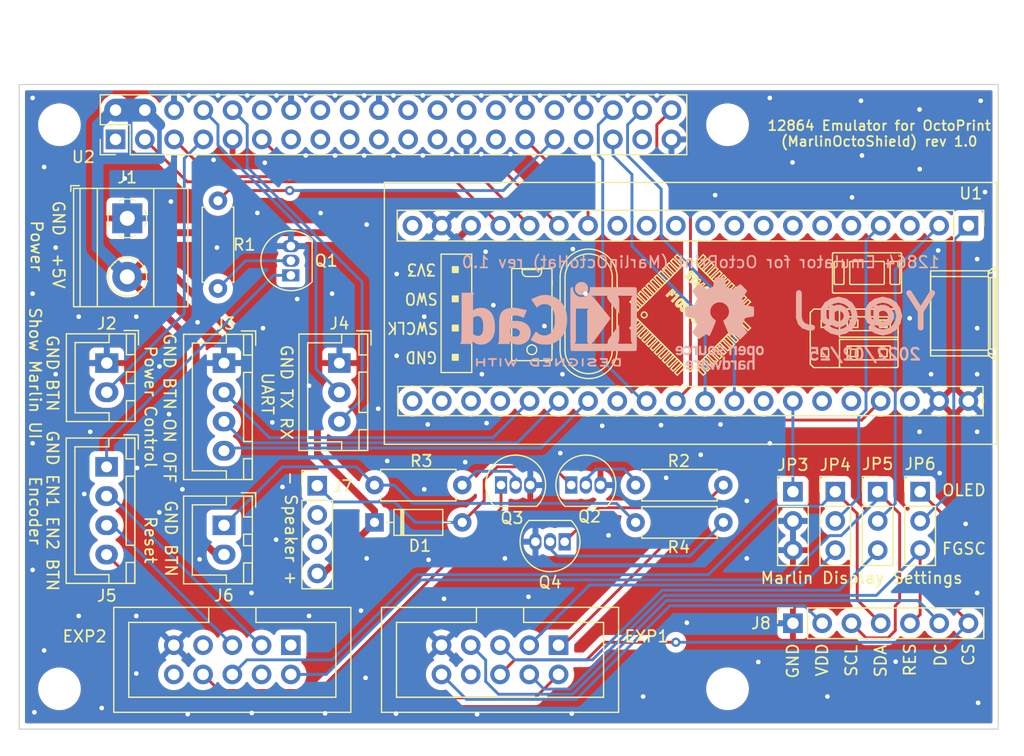
<source format=kicad_pcb>
(kicad_pcb (version 20211014) (generator pcbnew)
  (title_block (title "12864 Emulator for OctoPrint (Marlin OSD) : RasPi Hat") (date "2022-02-25") (rev "1.0") (company "Yet Another Average Joe"))
  (layers (0 "F.Cu" signal) (31 "B.Cu" signal) (34 "B.Paste" user) (35 "F.Paste" user) (36 "B.SilkS" user "B.Silkscreen") (37 "F.SilkS" user "F.Silkscreen") (38 "B.Mask" user) (39 "F.Mask" user) (44 "Edge.Cuts" user))
  (net 0 "")
  (net 1 "BTN_POWER")
  (net 2 "GND")
  (net 3 "DATA_READY")
  (net 4 "ENC_EN")
  (net 5 "+5V")
  (net 6 "TX")
  (net 7 "RX")
  (net 8 "BTN_MODE")
  (net 9 "MOSI")
  (net 10 "RESET_MOBO")
  (net 11 "RESET_STM32")
  (net 12 "Net-(Q4-Pad2)")
  (net 13 "CMN_ENC")
  (net 14 "Net-(Q1-Pad2)")
  (net 15 "SPEAKER")
  (net 16 "BTN_ENC")
  (net 17 "BEEPER")
  (net 18 "BTN_EN1")
  (net 19 "RESET")
  (net 20 "Net-(Q2-Pad2)")
  (net 23 "Net-(Q3-Pad2)")
  (net 56 "LCD_E")
  (net 57 "LCD_4")
  (net 62 "LCD_5")
  (net 63 "SCK")
  (net 64 "LCD_RS")
  (net 68 "NSS_1")
  (net 69 "CLK_1")
  (net 70 "MISO_1")
  (net 71 "MOSI_1")
  (net 73 "MOSI_2")
  (net 74 "SCK_2")
  (net 75 "NSS_2")
  (net 76 "BTN_EN2")
  (net 77 "LCD_6")
  (net 78 "+5V MOBO")
  (net 81 "POWEROFF")
  (net 82 "SHUTDOWN")
  (net 83 "RELAY_ON")
  (net 84 "RELAY_OFF")
  (net 85 "DISPLAY_TYPE")
  (net 86 "RESERVED")
  (footprint "Package_TO_SOT_THT:TO-92_Inline" (layer "F.Cu") (at 147.3655 101.9915)
    (fp_text reference "Q3")
    (fp_text value "BC547")
  )
  (footprint "Connector_PinHeader_2.54mm:PinHeader_1x03_P2.54mm_Vertical" (layer "F.Cu") (at 183.751 102.5715)
    (fp_text reference "JP6")
    (fp_text value "Jumper_3_Bridged12")
  )
  (footprint "Resistor_THT:R_Axial_DIN0207_L6.3mm_D2.5mm_P7.62mm_Horizontal" (layer "F.Cu") (at 122.791 77.2985 -90)
    (fp_text reference "R1")
    (fp_text value "10k")
  )
  (footprint "Package_TO_SOT_THT:TO-92_Inline" (layer "F.Cu") (at 152.89 106.918902 180)
    (fp_text reference "Q4")
    (fp_text value "BC547")
  )
  (footprint "MountingHole:MountingHole_2.7mm_M2.5_DIN965" (layer "F.Cu") (at 167.031 70.6945 -90)
    (fp_text reference "H1" hide)
    (fp_text value "MountingHole")
  )
  (footprint "MountingHole:MountingHole_2.7mm_M2.5_DIN965" (layer "F.Cu") (at 109.031 70.6945 -90)
    (fp_text reference "H4" hide)
    (fp_text value "MountingHole")
  )
  (footprint "YAAJ_Connectors:JST_KNOCKOFF_XH_B2B-XH-A_1x02_P2.54mm_Vertical" (layer "F.Cu") (at 113.139 91.3955 -90)
    (fp_text reference "J2")
    (fp_text value "Conn_01x02_Male")
  )
  (footprint "Connector_PinHeader_2.54mm:PinHeader_1x03_P2.54mm_Vertical" (layer "F.Cu") (at 172.707 102.5715)
    (fp_text reference "JP3")
    (fp_text value "Jumper_2_Open")
  )
  (footprint "Connector_PinHeader_2.54mm:PinHeader_1x03_P2.54mm_Vertical" (layer "F.Cu") (at 176.385 102.5715)
    (fp_text reference "JP4")
    (fp_text value "Jumper_3_Bridged12")
  )
  (footprint "YAAJ_Connectors:JST_KNOCKOFF_XH_B2B-XH-A_1x02_P2.54mm_Vertical" (layer "F.Cu") (at 123.316 105.4925 -90)
    (fp_text reference "J6")
    (fp_text value "Conn_01x02_Male")
  )
  (footprint "Connector_PinSocket_2.54mm:PinSocket_1x07_P2.54mm_Vertical" (layer "F.Cu") (at 172.707 114.0015 90)
    (fp_text reference "J8")
    (fp_text value "Conn_01x07_Female")
  )
  (footprint "MountingHole:MountingHole_2.7mm_M2.5_DIN965" (layer "F.Cu") (at 167.031 119.6945 -90)
    (fp_text reference "H2" hide)
    (fp_text value "MountingHole")
  )
  (footprint "YAAJ_Modules_STM32:YAAJ_BluePill_1" (layer "F.Cu") (at 187.942 79.4575 -90)
    (fp_text reference "U1")
    (fp_text value "YAAJ_BluePill_Part_Like" hide)
  )
  (footprint "Connector_IDC:IDC-Header_2x05_P2.54mm_Vertical" (layer "F.Cu") (at 152.359 115.9065 -90)
    (fp_text reference "EXP1")
    (fp_text value "Conn_02x05_Odd_Even" hide)
  )
  (footprint "YAAJ_Connectors:JST_KNOCKOFF_XH_B4B-XH-A_1x04_P2.54mm_Vertical" (layer "F.Cu") (at 123.316 91.3955 -90)
    (fp_text reference "J3")
    (fp_text value "Conn_01x04_Male")
  )
  (footprint "YAAJ_Connectors:JST_KNOCKOFF_XH_B3B-XH-A_1x03_P2.54mm_Vertical" (layer "F.Cu") (at 133.332 91.3955 -90)
    (fp_text reference "J4")
    (fp_text value "Conn_01x03_Male")
  )
  (footprint "Package_TO_SOT_THT:TO-92_Inline" (layer "F.Cu") (at 153.4615 101.9915)
    (fp_text reference "Q2")
    (fp_text value "BC547")
  )
  (footprint "TerminalBlock_Phoenix:TerminalBlock_Phoenix_MKDS-1,5-2-5.08_1x02_P5.08mm_Horizontal" (layer "F.Cu") (at 114.917 78.8225 -90)
    (fp_text reference "J1")
    (fp_text value "Screw_Terminal_01x03")
  )
  (footprint "Diode_THT:D_DO-35_SOD27_P7.62mm_Horizontal" (layer "F.Cu") (at 136.38 105.2385)
    (fp_text reference "D1")
    (fp_text value "1N4148")
  )
  (footprint "Connector_PinHeader_2.54mm:PinHeader_1x03_P2.54mm_Vertical" (layer "F.Cu") (at 180.068 102.5765)
    (fp_text reference "JP5")
    (fp_text value "Jumper_3_Bridged12")
  )
  (footprint "MountingHole:MountingHole_2.7mm_M2.5_DIN965" (layer "F.Cu") (at 109.031 119.6945)
    (fp_text reference "H3" hide)
    (fp_text value "MountingHole")
  )
  (footprint "Resistor_THT:R_Axial_DIN0207_L6.3mm_D2.5mm_P7.62mm_Horizontal" (layer "F.Cu") (at 159.0495 105.2385)
    (fp_text reference "R4")
    (fp_text value "10k")
  )
  (footprint "Connector_IDC:IDC-Header_2x05_P2.54mm_Vertical" (layer "F.Cu") (at 129.118 115.9065 -90)
    (fp_text reference "EXP2")
    (fp_text value "Conn_02x05_Odd_Even" hide)
  )
  (footprint "Resistor_THT:R_Axial_DIN0207_L6.3mm_D2.5mm_P7.62mm_Horizontal" (layer "F.Cu") (at 136.38 102)
    (fp_text reference "R3")
    (fp_text value "10k")
  )
  (footprint "Connector_PinHeader_2.54mm:PinHeader_1x04_P2.54mm_Vertical" (layer "F.Cu") (at 131.41 102.0535)
    (fp_text reference "J7")
    (fp_text value "Conn_01x04_Male")
  )
  (footprint "YAAJ_Connectors:JST_KNOCKOFF_XH_B4B-XH-A_1x04_P2.54mm_Vertical" (layer "F.Cu") (at 113.122007 100.4125 -90)
    (fp_text reference "J5")
    (fp_text value "Conn_01x04_Male")
  )
  (footprint "Connector_PinHeader_2.54mm:PinHeader_2x20_P2.54mm_Vertical" (layer "F.Cu") (at 113.901 71.9645 90)
    (fp_text reference "U2")
    (fp_text value "YAAJ_Raspberry_Pi_2_3_GPIO")
  )
  (footprint "Resistor_THT:R_Axial_DIN0207_L6.3mm_D2.5mm_P7.62mm_Horizontal" (layer "F.Cu") (at 166.6695 102 180)
    (fp_text reference "R2")
    (fp_text value "470")
  )
  (footprint "Package_TO_SOT_THT:TO-92_Inline" (layer "F.Cu") (at 129.12 83.7755 90)
    (fp_text reference "Q1")
    (fp_text value "BC547")
  )
  (footprint "Symbol:OSHW-Logo_7.5x8mm_SilkScreen" (layer "B.Cu") (at 166.352 87.9665 180)
    (fp_text reference "LOGO1" hide)
    (fp_text value "OSHW-Logo_7.5x8mm_SilkScreen" hide)
  )
  (footprint "Symbol:KiCad-Logo2_6mm_SilkScreen" (layer "B.Cu") (at 151.493 87.3315 180)
    (fp_text reference "REF**" hide)
    (fp_text value "KiCad-Logo2_6mm_SilkScreen" hide)
  )
  (gr_rect (start 105.530989 67.194507) (end 190.530997 123.194497) (layer "Edge.Cuts") (width 0.1) (fill none))
  (gr_text "12864 Emulator for OctoPrint (MarlinOctoHat) rev 1.0" (at 164.701 82.6325) (layer "B.SilkS") (effects (font (size 1 1)) (justify mirror)))
  (gr_text "Y@@J" (at 178.798 86.9505) (layer "B.SilkS") (effects (font (size 3 3) (thickness 0.5)) (justify mirror)))
  (gr_text "2022/02/25" (at 178.925 90.6335) (layer "B.SilkS") (effects (font (size 1 1) (thickness 0.2)) (justify mirror)))
  (gr_text "CS" (at 187.942 115.6525 90) (layer "F.SilkS") (effects (font (size 1 1)) (justify right)))
  (gr_text "Marlin Display Settings" (at 178.671 110.0645) (layer "F.SilkS") (effects (font (size 1 1))))
  (gr_text "FGSC" (at 187.561 107.5245) (layer "F.SilkS") (effects (font (size 1 1))))
  (gr_text "VDD" (at 175.242 115.6525 90) (layer "F.SilkS") (effects (font (size 1 1)) (justify right)))
  (gr_text "Encoder" (at 106.916 104.2225 270) (layer "F.SilkS") (effects (font (size 1 1))))
  (gr_text "DC" (at 185.529 115.6525 90) (layer "F.SilkS") (effects (font (size 1 1)) (justify right)))
  (gr_text "12864 Emulator for OctoPrint\n(MarlinOctoShield) rev 1.0" (at 180.195 71.4565) (layer "F.SilkS") (effects (font (size 0.85 0.85))))
  (gr_text "GND TX RX" (at 128.743 93.9355 270) (layer "F.SilkS") (effects (font (size 1 1))))
  (gr_text "SDA" (at 180.322 115.7795 90) (layer "F.SilkS") (effects (font (size 1 1)) (justify right)))
  (gr_text "Show Marlin UI" (at 106.916 92.2845 270) (layer "F.SilkS") (effects (font (size 1 1))))
  (gr_text "GND  +5V" (at 108.948 81.1085 270) (layer "F.SilkS") (effects (font (size 1 1))))
  (gr_text "Power" (at 107.043 81.2355 270) (layer "F.SilkS") (effects (font (size 1 1))))
  (gr_text "UART" (at 127.092 94.0625 270) (layer "F.SilkS") (effects (font (size 1 1))))
  (gr_text "GND BTN" (at 118.71 106.6355 270) (layer "F.SilkS") (effects (font (size 1 1))))
  (gr_text "OLED" (at 187.561 102.4445) (layer "F.SilkS") (effects (font (size 1 1))))
  (gr_text "RES" (at 182.862 115.6525 90) (layer "F.SilkS") (effects (font (size 1 1)) (justify right)))
  (gr_text "GND" (at 172.702 115.6525 90) (layer "F.SilkS") (effects (font (size 1 1)) (justify right)))
  (gr_text "GND BTN ON OFF" (at 118.583 95.3325 270) (layer "F.SilkS") (effects (font (size 1 1))))
  (gr_text "- Speaker +" (at 129.122059 105.753345 270) (layer "F.SilkS") (effects (font (size 1 1))))
  (gr_text "GND BTN" (at 108.423007 92.2845 270) (layer "F.SilkS") (effects (font (size 1 1))))
  (gr_text "GND EN1 EN2 BTN" (at 108.423007 104.2225 270) (layer "F.SilkS") (effects (font (size 1 1))))
  (gr_text "Power Control" (at 116.932 95.2055 270) (layer "F.SilkS") (effects (font (size 1 1))))
  (gr_text "Reset" (at 116.932 106.7625 270) (layer "F.SilkS") (effects (font (size 1 1))))
  (gr_text "SCL" (at 177.782 115.7795 90) (layer "F.SilkS") (effects (font (size 1 1)) (justify right)))
  (segment (start 127.253 97.8725) (end 146.667 97.8725) (width 0.25) (layer "B.Cu") (net 1))
  (segment (start 123.316 93.9355) (end 127.253 97.8725) (width 0.25) (layer "B.Cu") (net 1))
  (segment (start 146.667 97.8725) (end 149.842 94.6975) (width 0.25) (layer "B.Cu") (net 1))
  (via (at 153.507556 121.852909) (size 0.8) (drill 0.4) (layers "F.Cu" "B.Cu") (net 2))
  (via (at 140.571 68.1545) (size 0.8) (drill 0.4) (layers "F.Cu" "B.Cu") (net 2))
  (via (at 184.701 92.3645) (size 0.8) (drill 0.4) (layers "F.Cu" "B.Cu") (net 2))
  (via (at 145.701 92.3645) (size 0.8) (drill 0.4) (layers "F.Cu" "B.Cu") (net 2))
  (via (at 132.089916 121.829486) (size 0.8) (drill 0.4) (layers "F.Cu" "B.Cu") (net 2))
  (via (at 118.701 77.3645) (size 0.8) (drill 0.4) (layers "F.Cu" "B.Cu") (net 2))
  (via (at 182.844943 87.503802) (size 0.8) (drill 0.4) (layers "F.Cu" "B.Cu") (net 2))
  (via (at 188.701 88.3645) (size 0.8) (drill 0.4) (layers "F.Cu" "B.Cu") (net 2))
  (via (at 115.701 113.3645) (size 0.8) (drill 0.4) (layers "F.Cu" "B.Cu") (net 2))
  (via (at 125.728015 121.796351) (size 0.8) (drill 0.4) (layers "F.Cu" "B.Cu") (net 2))
  (via (at 144.258785 100.004616) (size 0.8) (drill 0.4) (layers "F.Cu" "B.Cu") (net 2))
  (via (at 165.956955 76.808567) (size 0.8) (drill 0.4) (layers "F.Cu" "B.Cu") (net 2))
  (via (at 168.701 108.3645) (size 0.8) (drill 0.4) (layers "F.Cu" "B.Cu") (net 2))
  (via (at 125.701 111.3645) (size 0.8) (drill 0.4) (layers "F.Cu" "B.Cu") (net 2))
  (via (at 154.701 85.3645) (size 0.8) (drill 0.4) (layers "F.Cu" "B.Cu") (net 2))
  (via (at 146.111293 96.611694) (size 0.8) (drill 0.4) (layers "F.Cu" "B.Cu") (net 2))
  (via (at 188.701 82.3645) (size 0.8) (drill 0.4) (layers "F.Cu" "B.Cu") (net 2))
  (via (at 149.750724 111.697723) (size 0.8) (drill 0.4) (layers "F.Cu" "B.Cu") (net 2))
  (via (at 188.701 97.3645) (size 0.8) (drill 0.4) (layers "F.Cu" "B.Cu") (net 2))
  (via (at 122.791 68.1545) (size 0.8) (drill 0.4) (layers "F.Cu" "B.Cu") (net 2))
  (via (at 155.811 68.1545) (size 0.8) (drill 0.4) (layers "F.Cu" "B.Cu") (net 2))
  (via (at 125.331 68.1545) (size 0.8) (drill 0.4) (layers "F.Cu" "B.Cu") (net 2))
  (via (at 148.191 73.2345) (size 0.8) (drill 0.4) (layers "F.Cu" "B.Cu") (net 2))
  (via (at 122.41 73.7425) (size 0.8) (drill 0.4) (layers "F.Cu" "B.Cu") (net 2))
  (via (at 183.701 97.3645) (size 0.8) (drill 0.4) (layers "F.Cu" "B.Cu") (net 2))
  (via (at 189.008641 68.608107) (size 0.8) (drill 0.4) (layers "F.Cu" "B.Cu") (net 2))
  (via (at 135.701 108.3645) (size 0.8) (drill 0.4) (layers "F.Cu" "B.Cu") (net 2))
  (via (at 127.871 68.1545) (size 0.8) (drill 0.4) (layers "F.Cu" "B.Cu") (net 2))
  (via (at 127.841554 106.73659) (size 0.8) (drill 0.4) (layers "F.Cu" "B.Cu") (net 2))
  (via (at 143.111 68.1545) (size 0.8) (drill 0.4) (layers "F.Cu" "B.Cu") (net 2))
  (via (at 188.701 92.3645) (size 0.8) (drill 0.4) (layers "F.Cu" "B.Cu") (net 2))
  (via (at 183.713856 74.548598) (size 0.8) (drill 0.4) (layers "F.Cu" "B.Cu") (net 2))
  (via (at 152.512388 99.221427) (size 0.8) (drill 0.4) (layers "F.Cu" "B.Cu") (net 2))
  (via (at 187.701 105.3645) (size 0.8) (drill 0.4) (layers "F.Cu" "B.Cu") (net 2))
  (via (at 106.701 98.3645) (size 0.8) (drill 0.4) (layers "F.Cu" "B.Cu") (net 2))
  (via (at 130.701 113.3645) (size 0.8) (drill 0.4) (layers "F.Cu" "B.Cu") (net 2))
  (via (at 117.710605 91.689392) (size 0.8) (drill 0.4) (layers "F.Cu" "B.Cu") (net 2))
  (via (at 147.701 108.3645) (size 0.8) (drill 0.4) (layers "F.Cu" "B.Cu") (net 2))
  (via (at 127.507438 96.550307) (size 0.8) (drill 0.4) (layers "F.Cu" "B.Cu") (net 2))
  (via (at 126.701 88.3645) (size 0.8) (drill 0.4) (layers "F.Cu" "B.Cu") (net 2))
  (via (at 112.701 121.3645) (size 0.8) (drill 0.4) (layers "F.Cu" "B.Cu") (net 2))
  (via (at 120.251 68.1545) (size 0.8) (drill 0.4) (layers "F.Cu" "B.Cu") (net 2))
  (via (at 169.701 117.3645) (size 0.8) (drill 0.4) (layers "F.Cu" "B.Cu") (net 2))
  (via (at 135.491 68.1545) (size 0.8) (drill 0.4) (layers "F.Cu" "B.Cu") (net 2))
  (via (at 126.855 73.9965) (size 0.8) (drill 0.4) (layers "F.Cu" "B.Cu") (net 2))
  (via (at 185.440628 100.955531) (size 0.8) (drill 0.4) (layers "F.Cu" "B.Cu") (net 2))
  (via (at 153.598859 81.491408) (size 0.8) (drill 0.4) (layers "F.Cu" "B.Cu") (net 2))
  (via (at 161.256022 96.787796) (size 0.8) (drill 0.4) (layers "F.Cu" "B.Cu") (net 2))
  (via (at 108.701 81.3645) (size 0.8) (drill 0.4) (layers "F.Cu" "B.Cu") (net 2))
  (via (at 183.701 69.3645) (size 0.8) (drill 0.4) (layers "F.Cu" "B.Cu") (net 2))
  (via (at 138.303457 83.655557) (size 0.8) (drill 0.4) (layers "F.Cu" "B.Cu") (net 2))
  (via (at 138.031 73.3615) (size 0.8) (drill 0.4) (layers "F.Cu" "B.Cu") (net 2))
  (via (at 145.289486 121.91161) (size 0.8) (drill 0.4) (layers "F.Cu" "B.Cu") (net 2))
  (via (at 175.701 120.3645) (size 0.8) (drill 0.4) (layers "F.Cu" "B.Cu") (net 2))
  (via (at 119.701 102.3645) (size 0.8) (drill 0.4) (layers "F.Cu" "B.Cu") (net 2))
  (via (at 166.421666 96.729095) (size 0.8) (drill 0.4) (layers "F.Cu" "B.Cu") (net 2))
  (via (at 121.018297 87.85247) (size 0.8) (drill 0.4) (layers "F.Cu" "B.Cu") (net 2))
  (via (at 138.303457 90.758317) (size 0.8) (drill 0.4) (layers "F.Cu" "B.Cu") (net 2))
  (via (at 135.603903 118.741783) (size 0.8) (drill 0.4) (layers "F.Cu" "B.Cu") (net 2))
  (via (at 158.351 68.1545) (size 0.8) (drill 0.4) (layers "F.Cu" "B.Cu") (net 2))
  (via (at 145.651 68.1545) (size 0.8) (drill 0.4) (layers "F.Cu" "B.Cu") (net 2))
  (via (at 115.701 87.3645) (size 0.8) (drill 0.4) (layers "F.Cu" "B.Cu") (net 2))
  (via (at 159.701 120.3645) (size 0.8) (drill 0.4) (layers "F.Cu" "B.Cu") (net 2))
  (via (at 115.770092 100.509903) (size 0.8) (drill 0.4) (layers "F.Cu" "B.Cu") (net 2))
  (via (at 121.194707 108.448363) (size 0.8) (drill 0.4) (layers "F.Cu" "B.Cu") (net 2))
  (via (at 156.149079 96.846496) (size 0.8) (drill 0.4) (layers "F.Cu" "B.Cu") (net 2))
  (via (at 130.701 93.3645) (size 0.8) (drill 0.4) (layers "F.Cu" "B.Cu") (net 2))
  (via (at 110.701 113.3645) (size 0.8) (drill 0.4) (layers "F.Cu" "B.Cu") (net 2))
  (via (at 178.612783 68.608107) (size 0.8) (drill 0.4) (layers "F.Cu" "B.Cu") (net 2))
  (via (at 152.701 92.3645) (size 0.8) (drill 0.4) (layers "F.Cu" "B.Cu") (net 2))
  (via (at 189.382927 76.535903) (size 0.8) (drill 0.4) (layers "F.Cu" "B.Cu") (net 2))
  (via (at 137.485382 99.900926) (size 0.8) (drill 0.4) (layers "F.Cu" "B.Cu") (net 2))
  (via (at 115.701 118.3645) (size 0.8) (drill 0.4) (layers "F.Cu" "B.Cu") (net 2))
  (via (at 168.701 103.3645) (size 0.8) (drill 0.4) (layers "F.Cu" "B.Cu") (net 2))
  (via (at 118.548553 95.835032) (size 0.8) (drill 0.4) (layers "F.Cu" "B.Cu") (net 2))
  (via (at 136.701 95.3645) (size 0.8) (drill 0.4) (layers "F.Cu" "B.Cu") (net 2))
  (via (at 111.701 97.3645) (size 0.8) (drill 0.4) (layers "F.Cu" "B.Cu") (net 2))
  (via (at 122.701 81.3645) (size 0.8) (drill 0.4) (layers "F.Cu" "B.Cu") (net 2))
  (via (at 135.491 73.3615) (size 0.8) (drill 0.4) (layers "F.Cu" "B.Cu") (net 2))
  (via (at 132.951 73.3615) (size 0.8) (drill 0.4) (layers "F.Cu" "B.Cu") (net 2))
  (via (at 164.701 99.3645) (size 0.8) (drill 0.4) (layers "F.Cu" "B.Cu") (net 2))
  (via (at 140.701 102.3645) (size 0.8) (drill 0.4) (layers "F.Cu" "B.Cu") (net 2))
  (via (at 150.731 68.1545) (size 0.8) (drill 0.4) (layers "F.Cu" "B.Cu") (net 2))
  (via (at 140.571 73.3615) (size 0.8) (drill 0.4) (layers "F.Cu" "B.Cu") (net 2))
  (via (at 188.786557 120.913701) (size 0.8) (drill 0.4) (layers "F.Cu" "B.Cu") (net 2))
  (via (at 146.026494 81.72621) (size 0.8) (drill 0.4) (layers "F.Cu" "B.Cu") (net 2))
  (via (at 143.111 73.2345) (size 0.8) (drill 0.4) (layers "F.Cu" "B.Cu") (net 2))
  (via (at 160.891 68.1545) (size 0.8) (drill 0.4) (layers "F.Cu" "B.Cu") (net 2))
  (via (at 108.701 92.3645) (size 0.8) (drill 0.4) (layers "F.Cu" "B.Cu") (net 2))
  (via (at 131.701 78.3645) (size 0.8) (drill 0.4) (layers "F.Cu" "B.Cu") (net 2))
  (via (at 177.837936 77.002279) (size 0.8) (drill 0.4) (layers "F.Cu" "B.Cu") (net 2))
  (via (at 142.413161 111.873824) (size 0.8) (drill 0.4) (layers "F.Cu" "B.Cu") (net 2))
  (via (at 114.701 75.3645) (size 0.8) (drill 0.4) (layers "F.Cu" "B.Cu") (net 2))
  (via (at 117.701 104.3645) (size 0.8) (drill 0.4) (layers "F.Cu" "B.Cu") (net 2))
  (via (at 163.501027 113.953022) (size 0.8) (drill 0.4) (layers "F.Cu" "B.Cu") (net 2))
  (via (at 141.004349 96.729095) (size 0.8) (drill 0.4) (layers "F.Cu" "B.Cu") (net 2))
  (via (at 135.205279 112.90236) (size 0.8) (drill 0.4) (layers "F.Cu" "B.Cu") (net 2))
  (via (at 156.701 106.3645) (size 0.8) (drill 0.4) (layers "F.Cu" "B.Cu") (net 2))
  (via (at 106.701 68.3645) (size 0.8) (drill 0.4) (layers "F.Cu" "B.Cu") (net 2))
  (via (at 188.701 111.3645) (size 0.8) (drill 0.4) (layers "F.Cu" "B.Cu") (net 2))
  (via (at 130.411 68.1545) (size 0.8) (drill 0.4) (layers "F.Cu" "B.Cu") (net 2))
  (via (at 170.701 98.3645) (size 0.8) (drill 0.4) (layers "F.Cu" "B.Cu") (net 2))
  (via (at 107.701 74.3645) (size 0.8) (drill 0.4) (layers "F.Cu" "B.Cu") (net 2))
  (via (at 138.031 68.1545) (size 0.8) (drill 0.4) (layers "F.Cu" "B.Cu") (net 2))
  (via (at 126.211662 78.350965) (size 0.8) (drill 0.4) (layers "F.Cu" "B.Cu") (net 2))
  (via (at 106.701 109.3645) (size 0.8) (drill 0.4) (layers "F.Cu" "B.Cu") (net 2))
  (via (at 153.271 68.1545) (size 0.8) (drill 0.4) (layers "F.Cu" "B.Cu") (net 2))
  (via (at 145.651 73.2345) (size 0.8) (drill 0.4) (layers "F.Cu" "B.Cu") (net 2))
  (via (at 148.191 68.1545) (size 0.8) (drill 0.4) (layers "F.Cu" "B.Cu") (net 2))
  (via (at 172.672292 73.967463) (size 0.8) (drill 0.4) (layers "F.Cu" "B.Cu") (net 2))
  (via (at 128.390342 102.163357) (size 0.8) (drill 0.4) (layers "F.Cu" "B.Cu") (net 2))
  (via (at 110.701 87.3645) (size 0.8) (drill 0.4) (layers "F.Cu" "B.Cu") (net 2))
  (via (at 138.245426 121.852909) (size 0.8) (drill 0.4) (layers "F.Cu" "B.Cu") (net 2))
  (via (at 170.701 68.3645) (size 0.8) (drill 0.4) (layers "F.Cu" "B.Cu") (net 2))
  (via (at 132.951 68.1545) (size 0.8) (drill 0.4) (layers "F.Cu" "B.Cu") (net 2))
  (via (at 140.701 87.3645) (size 0.8) (drill 0.4) (layers "F.Cu" "B.Cu") (net 2))
  (via (at 135.701 79.3645) (size 0.8) (drill 0.4) (layers "F.Cu" "B.Cu") (net 2))
  (via (at 151.133438 88.183265) (size 0.8) (drill 0.4) (layers "F.Cu" "B.Cu") (net 2))
  (via (at 129.668463 85.833386) (size 0.8) (drill 0.4) (layers "F.Cu" "B.Cu") (net 2))
  (via (at 181.625096 117.332971) (size 0.8) (drill 0.4) (layers "F.Cu" "B.Cu") (net 2))
  (via (at 106.852815 121.734369) (size 0.8) (drill 0.4) (layers "F.Cu" "B.Cu") (net 2))
  (via (at 161.701 101.3645) (size 0.8) (drill 0.4) (layers "F.Cu" "B.Cu") (net 2))
  (via (at 120.161352 121.895755) (size 0.8) (drill 0.4) (layers "F.Cu" "B.Cu") (net 2))
  (via (at 185.318608 81.614489) (size 0.8) (drill 0.4) (layers "F.Cu" "B.Cu") (net 2))
  (via (at 107.701 116.3645) (size 0.8) (drill 0.4) (layers "F.Cu" "B.Cu") (net 2))
  (via (at 146.701 86.3645) (size 0.8) (drill 0.4) (layers "F.Cu" "B.Cu") (net 2))
  (via (at 106.701 85.3645) (size 0.8) (drill 0.4) (layers "F.Cu" "B.Cu") (net 2))
  (via (at 132.701 85.3645) (size 0.8) (drill 0.4) (layers "F.Cu" "B.Cu") (net 2))
  (via (at 141.07533 108.487694) (size 0.8) (drill 0.4) (layers "F.Cu" "B.Cu") (net 2))
  (via (at 111.185499 102.769998) (size 0.8) (drill 0.4) (layers "F.Cu" "B.Cu") (net 2))
  (via (at 178.701 73.3645) (size 0.8) (drill 0.4) (layers "F.Cu" "B.Cu") (net 2))
  (via (at 130.411 73.3615) (size 0.8) (drill 0.4) (layers "F.Cu" "B.Cu") (net 2))
  (segment (start 154.922 77.4255) (end 154.922 79.4575) (width 0.25) (layer "F.Cu") (net 3))
  (segment (start 149.461 71.9645) (end 154.922 77.4255) (width 0.25) (layer "F.Cu") (net 3))
  (segment (start 129.014 76.4095) (end 123.68 76.4095) (width 0.25) (layer "F.Cu") (net 4))
  (segment (start 123.68 76.4095) (end 122.791 77.2985) (width 0.25) (layer "F.Cu") (net 4))
  (via (at 129.014 76.4095) (size 0.8) (drill 0.4) (layers "F.Cu" "B.Cu") (net 4))
  (segment (start 129.014 76.4095) (end 147.556 76.4095) (width 0.25) (layer "B.Cu") (net 4))
  (segment (start 147.556 76.4095) (end 152.001 71.9645) (width 0.25) (layer "B.Cu") (net 4))
  (segment (start 134.550764 81.184264) (end 133.435454 80.068954) (width 0.6) (layer "F.Cu") (net 5))
  (segment (start 122.631739 108.0325) (end 123.316 108.0325) (width 0.6) (layer "F.Cu") (net 5))
  (segment (start 136.38 104.2225) (end 136.38 105.2385) (width 0.6) (layer "F.Cu") (net 5))
  (segment (start 143.035236 81.184264) (end 134.550764 81.184264) (width 0.6) (layer "F.Cu") (net 5))
  (segment (start 120.904 106.304761) (end 122.631739 108.0325) (width 0.6) (layer "F.Cu") (net 5))
  (segment (start 136.38 105.2385) (end 131.945 109.6735) (width 0.6) (layer "F.Cu") (net 5))
  (segment (start 114.917 83.9025) (end 119.108 83.9025) (width 0.6) (layer "F.Cu") (net 5))
  (segment (start 115.298 84.2835) (end 120.904 89.8895) (width 0.6) (layer "F.Cu") (net 5))
  (segment (start 119.108 83.9025) (end 131.427 96.2215) (width 0.6) (layer "F.Cu") (net 5))
  (segment (start 118.750546 80.068954) (end 114.917 83.9025) (width 0.6) (layer "F.Cu") (net 5))
  (segment (start 131.427 96.2215) (end 131.427 99.2695) (width 0.6) (layer "F.Cu") (net 5))
  (segment (start 133.435454 80.068954) (end 118.750546 80.068954) (width 0.6) (layer "F.Cu") (net 5))
  (segment (start 120.904 89.8895) (end 120.904 106.304761) (width 0.6) (layer "F.Cu") (net 5))
  (segment (start 144.762 79.4575) (end 143.035236 81.184264) (width 0.6) (layer "F.Cu") (net 5))
  (segment (start 131.427 99.2695) (end 136.38 104.2225) (width 0.6) (layer "F.Cu") (net 5))
  (segment (start 117.711 73.6155) (end 117.711 70.6945) (width 0.4) (layer "B.Cu") (net 5))
  (segment (start 117.711 73.6155) (end 112.377 73.6155) (width 1) (layer "B.Cu") (net 5))
  (segment (start 115.171 69.4245) (end 116.441 69.4245) (width 2) (layer "B.Cu") (net 5))
  (segment (start 112.351489 70.720011) (end 112.351489 81.336989) (width 1) (layer "B.Cu") (net 5))
  (segment (start 113.901 69.4245) (end 115.171 69.4245) (width 2) (layer "B.Cu") (net 5))
  (segment (start 113.647 69.4245) (end 112.351489 70.720011) (width 1) (layer "B.Cu") (net 5))
  (segment (start 112.351489 81.336989) (end 114.917 83.9025) (width 1) (layer "B.Cu") (net 5))
  (segment (start 117.711 70.6945) (end 116.441 69.4245) (width 1) (layer "B.Cu") (net 5))
  (segment (start 115.171 73.4885) (end 115.171 69.4245) (width 0.4) (layer "B.Cu") (net 5))
  (segment (start 131.3 91.9035) (end 133.332 93.9355) (width 0.25) (layer "B.Cu") (net 6))
  (segment (start 122.791 70.6945) (end 122.791 72.4725) (width 0.25) (layer "B.Cu") (net 6))
  (segment (start 131.3 80.9815) (end 131.3 91.9035) (width 0.25) (layer "B.Cu") (net 6))
  (segment (start 121.521 69.4245) (end 122.791 70.6945) (width 0.25) (layer "B.Cu") (net 6))
  (segment (start 122.791 72.4725) (end 131.3 80.9815) (width 0.25) (layer "B.Cu") (net 6))
  (segment (start 135.30552 94.50198) (end 133.332 96.4755) (width 0.25) (layer "B.Cu") (net 7))
  (segment (start 124.061 69.4245) (end 125.331 70.6945) (width 0.25) (layer "B.Cu") (net 7))
  (segment (start 135.30552 84.351303) (end 135.30552 94.50198) (width 0.25) (layer "B.Cu") (net 7))
  (segment (start 125.331 70.6945) (end 125.331 74.376782) (width 0.25) (layer "B.Cu") (net 7))
  (segment (start 125.331 74.376782) (end 135.30552 84.351303) (width 0.25) (layer "B.Cu") (net 7))
  (segment (start 121.521 71.9645) (end 119.87 73.6155) (width 0.25) (layer "B.Cu") (net 8))
  (segment (start 119.87 73.6155) (end 119.87 87.0775) (width 0.25) (layer "B.Cu") (net 8))
  (segment (start 119.87 87.0775) (end 113.139 93.8085) (width 0.25) (layer "B.Cu") (net 8))
  (segment (start 180.327 114.0015) (end 178.29 111.9645) (width 0.25) (layer "F.Cu") (net 9))
  (segment (start 178.29 111.9645) (end 178.29 104.4715) (width 0.25) (layer "F.Cu") (net 9))
  (segment (start 178.29 104.4765) (end 176.385 102.5715) (width 0.25) (layer "F.Cu") (net 9))
  (segment (start 165.36612 109.78038) (end 140.09312 109.78038) (width 0.25) (layer "B.Cu") (net 9))
  (segment (start 132.697 117.1765) (end 125.308 117.1765) (width 0.25) (layer "B.Cu") (net 9))
  (segment (start 140.09312 109.78038) (end 132.697 117.1765) (width 0.25) (layer "B.Cu") (net 9))
  (segment (start 171.305 103.8415) (end 165.36612 109.78038) (width 0.25) (layer "B.Cu") (net 9))
  (segment (start 125.308 117.1765) (end 124.038 118.4465) (width 0.25) (layer "B.Cu") (net 9))
  (segment (start 175.115 103.8415) (end 171.305 103.8415) (width 0.25) (layer "B.Cu") (net 9))
  (segment (start 176.385 102.5715) (end 175.115 103.8415) (width 0.25) (layer "B.Cu") (net 9))
  (segment (start 131.554 119.8435) (end 122.895 119.8435) (width 0.25) (layer "F.Cu") (net 10))
  (segment (start 147.3655 104.032) (end 131.554 119.8435) (width 0.25) (layer "F.Cu") (net 10))
  (segment (start 122.895 119.8435) (end 121.498 118.4465) (width 0.25) (layer "F.Cu") (net 10))
  (segment (start 147.3655 101.9915) (end 147.3655 104.032) (width 0.25) (layer "F.Cu") (net 10))
  (segment (start 170.289 96.3485) (end 178.671 96.3485) (width 0.25) (layer "F.Cu") (net 11))
  (segment (start 152.89 106.918902) (end 155.840402 103.9685) (width 0.25) (layer "F.Cu") (net 11))
  (segment (start 178.671 96.3485) (end 180.322 94.6975) (width 0.25) (layer "F.Cu") (net 11))
  (segment (start 162.669 103.9685) (end 170.289 96.3485) (width 0.25) (layer "F.Cu") (net 11))
  (segment (start 155.840402 103.9685) (end 162.669 103.9685) (width 0.25) (layer "F.Cu") (net 11))
  (segment (start 152.255 108.1595) (end 151.62 107.5245) (width 0.25) (layer "B.Cu") (net 12))
  (segment (start 151.62 107.5245) (end 151.62 106.918902) (width 0.25) (layer "B.Cu") (net 12))
  (segment (start 163.7485 108.1595) (end 152.255 108.1595) (width 0.25) (layer "B.Cu") (net 12))
  (segment (start 166.6695 105.2385) (end 163.7485 108.1595) (width 0.25) (layer "B.Cu") (net 12))
  (segment (start 113.122007 98.270493) (end 113.122007 100.01151) (width 0.25) (layer "B.Cu") (net 13))
  (segment (start 127.617 83.7755) (end 113.122007 98.270493) (width 0.25) (layer "B.Cu") (net 13))
  (segment (start 129.12 83.7755) (end 127.617 83.7755) (width 0.25) (layer "B.Cu") (net 13))
  (segment (start 129.12 82.5055) (end 125.204 82.5055) (width 0.25) (layer "B.Cu") (net 14))
  (segment (start 125.204 82.5055) (end 122.791 84.9185) (width 0.25) (layer "B.Cu") (net 14))
  (segment (start 147.048 100.4125) (end 145.905 101.5555) (width 0.25) (layer "F.Cu") (net 15))
  (segment (start 153.4615 101.9915) (end 151.8825 100.4125) (width 0.25) (layer "F.Cu") (net 15))
  (segment (start 145.905 101.5555) (end 145.905 103.3335) (width 0.25) (layer "F.Cu") (net 15))
  (segment (start 151.8825 100.4125) (end 147.048 100.4125) (width 0.25) (layer "F.Cu") (net 15))
  (segment (start 145.905 103.3335) (end 144 105.2385) (width 0.25) (layer "F.Cu") (net 15))
  (segment (start 138.148755 103.4605) (end 139.926755 105.2385) (width 0.25) (layer "B.Cu") (net 15))
  (segment (start 131.41 102.0535) (end 132.817 103.4605) (width 0.25) (layer "B.Cu") (net 15))
  (segment (start 139.926755 105.2385) (end 144 105.2385) (width 0.25) (layer "B.Cu") (net 15))
  (segment (start 132.817 103.4605) (end 138.148755 103.4605) (width 0.25) (layer "B.Cu") (net 15))
  (segment (start 118.854 120.4785) (end 150.327 120.4785) (width 0.25) (layer "F.Cu") (net 16))
  (segment (start 117.33 112.2235) (end 117.33 118.9545) (width 0.25) (layer "F.Cu") (net 16))
  (segment (start 150.327 120.4785) (end 152.359 118.4465) (width 0.25) (layer "F.Cu") (net 16))
  (segment (start 117.33 118.9545) (end 118.854 120.4785) (width 0.25) (layer "F.Cu") (net 16))
  (segment (start 113.139 108.0325) (end 117.33 112.2235) (width 0.25) (layer "F.Cu") (net 16))
  (segment (start 152.763 115.9065) (end 166.6695 102) (width 0.25) (layer "F.Cu") (net 17))
  (segment (start 113.52 102.9525) (end 126.474 115.9065) (width 0.25) (layer "B.Cu") (net 18))
  (segment (start 136.38 102) (end 134.7925 100.4125) (width 0.25) (layer "B.Cu") (net 19))
  (segment (start 159.0495 105.2385) (end 157.3985 103.5875) (width 0.25) (layer "B.Cu") (net 19))
  (segment (start 139.682 103.5875) (end 138.0945 102) (width 0.25) (layer "B.Cu") (net 19))
  (segment (start 157.3985 103.5875) (end 139.682 103.5875) (width 0.25) (layer "B.Cu") (net 19))
  (segment (start 138.0945 102) (end 136.38 102) (width 0.25) (layer "B.Cu") (net 19))
  (segment (start 128.396 100.4125) (end 123.316 105.4925) (width 0.25) (layer "B.Cu") (net 19))
  (segment (start 134.7925 100.4125) (end 128.396 100.4125) (width 0.25) (layer "B.Cu") (net 19))
  (segment (start 159.0495 101.619) (end 158.0335 100.603) (width 0.25) (layer "B.Cu") (net 20))
  (segment (start 158.0335 100.603) (end 155.6205 100.603) (width 0.25) (layer "B.Cu") (net 20))
  (segment (start 155.6205 100.603) (end 154.7315 101.492) (width 0.25) (layer "B.Cu") (net 20))
  (segment (start 144 102) (end 145.2065 100.7935) (width 0.25) (layer "B.Cu") (net 23))
  (segment (start 145.2065 100.7935) (end 148.091522 100.7935) (width 0.25) (layer "B.Cu") (net 23))
  (segment (start 148.6355 101.337478) (end 148.6355 101.9915) (width 0.25) (layer "B.Cu") (net 23))
  (segment (start 148.091522 100.7935) (end 148.6355 101.337478) (width 0.25) (layer "B.Cu") (net 23))
  (segment (start 176.512 107.6515) (end 173.48408 110.67942) (width 0.25) (layer "B.Cu") (net 56))
  (segment (start 173.48408 110.67942) (end 155.04608 110.67942) (width 0.25) (layer "B.Cu") (net 56))
  (segment (start 155.04608 110.67942) (end 149.819 115.9065) (width 0.25) (layer "B.Cu") (net 56))
  (segment (start 161.349126 111.12894) (end 176.71756 111.12894) (width 0.25) (layer "B.Cu") (net 57))
  (segment (start 155.301566 117.1765) (end 161.349126 111.12894) (width 0.25) (layer "B.Cu") (net 57))
  (segment (start 176.71756 111.12894) (end 180.195 107.6515) (width 0.25) (layer "B.Cu") (net 57))
  (segment (start 148.549 117.1765) (end 155.301566 117.1765) (width 0.25) (layer "B.Cu") (net 57))
  (segment (start 147.279 115.9065) (end 148.549 117.1765) (width 0.25) (layer "B.Cu") (net 57))
  (segment (start 185.529 111.4615) (end 187.942 113.8745) (width 0.25) (layer "F.Cu") (net 62))
  (segment (start 185.529 104.3495) (end 185.529 111.4615) (width 0.25) (layer "F.Cu") (net 62))
  (segment (start 162.542 115.6525) (end 156.319 115.6525) (width 0.25) (layer "F.Cu") (net 62))
  (segment (start 154.795 117.1765) (end 148.549 117.1765) (width 0.25) (layer "F.Cu") (net 62))
  (segment (start 183.751 102.5715) (end 185.529 104.3495) (width 0.25) (layer "F.Cu") (net 62))
  (segment (start 156.319 115.6525) (end 154.795 117.1765) (width 0.25) (layer "F.Cu") (net 62))
  (segment (start 148.549 117.1765) (end 147.279 118.4465) (width 0.25) (layer "F.Cu") (net 62))
  (via (at 162.542 115.6525) (size 0.8) (drill 0.4) (layers "F.Cu" "B.Cu") (net 62))
  (segment (start 186.296 115.6525) (end 187.947 114.0015) (width 0.25) (layer "B.Cu") (net 62))
  (segment (start 162.542 115.6525) (end 186.296 115.6525) (width 0.25) (layer "B.Cu") (net 62))
  (segment (start 180.068 102.5765) (end 181.592 104.1005) (width 0.25) (layer "F.Cu") (net 63))
  (segment (start 181.592 104.0955) (end 181.973 104.4765) (width 0.25) (layer "F.Cu") (net 63))
  (segment (start 181.973 112.0965) (end 181.592 112.4775) (width 0.25) (layer "F.Cu") (net 63))
  (segment (start 181.592 114.6365) (end 180.957 115.2715) (width 0.25) (layer "F.Cu") (net 63))
  (segment (start 181.973 104.4765) (end 181.973 112.0965) (width 0.25) (layer "F.Cu") (net 63))
  (segment (start 180.957 115.2715) (end 179.057 115.2715) (width 0.25) (layer "F.Cu") (net 63))
  (segment (start 181.592 112.4775) (end 181.592 114.6365) (width 0.25) (layer "F.Cu") (net 63))
  (segment (start 179.057 115.2715) (end 177.787 114.0015) (width 0.25) (layer "F.Cu") (net 63))
  (segment (start 132.189 118.4465) (end 129.118 118.4465) (width 0.25) (layer "B.Cu") (net 63))
  (segment (start 176.895505 106.3865) (end 175.877 106.3865) (width 0.25) (layer "B.Cu") (net 63))
  (segment (start 172.0336 110.2299) (end 140.4056 110.2299) (width 0.25) (layer "B.Cu") (net 63))
  (segment (start 180.068 103.214005) (end 176.895505 106.3865) (width 0.25) (layer "B.Cu") (net 63))
  (segment (start 175.877 106.3865) (end 172.0336 110.2299) (width 0.25) (layer "B.Cu") (net 63))
  (segment (start 140.4056 110.2299) (end 132.189 118.4465) (width 0.25) (layer "B.Cu") (net 63))
  (segment (start 182.989 114.0015) (end 183.751 113.2395) (width 0.25) (layer "F.Cu") (net 64))
  (segment (start 183.751 113.2395) (end 183.751 107.7735) (width 0.25) (layer "F.Cu") (net 64))
  (segment (start 153.397283 119.7165) (end 161.535323 111.57846) (width 0.25) (layer "B.Cu") (net 64))
  (segment (start 161.535323 111.57846) (end 179.95104 111.57846) (width 0.25) (layer "B.Cu") (net 64))
  (segment (start 149.819 118.4465) (end 151.089 119.7165) (width 0.25) (layer "B.Cu") (net 64))
  (segment (start 179.95104 111.57846) (end 183.878 107.6515) (width 0.25) (layer "B.Cu") (net 64))
  (segment (start 151.089 119.7165) (end 153.397283 119.7165) (width 0.25) (layer "B.Cu") (net 64))
  (segment (start 155.811 70.6945) (end 157.081 69.4245) (width 0.25) (layer "B.Cu") (net 68))
  (segment (start 159.938022 94.9515) (end 156.192 91.205478) (width 0.25) (layer "B.Cu") (net 68))
  (segment (start 155.811 73.3615) (end 155.811 70.6945) (width 0.25) (layer "B.Cu") (net 68))
  (segment (start 156.192 73.7425) (end 155.811 73.3615) (width 0.25) (layer "B.Cu") (net 68))
  (segment (start 156.192 91.205478) (end 156.192 73.7425) (width 0.25) (layer "B.Cu") (net 68))
  (segment (start 160.891 73.3615) (end 160.891 70.6945) (width 0.25) (layer "F.Cu") (net 69))
  (segment (start 163.812 76.2825) (end 160.891 73.3615) (width 0.25) (layer "F.Cu") (net 69))
  (segment (start 163.812 93.4275) (end 163.812 76.2825) (width 0.25) (layer "F.Cu") (net 69))
  (segment (start 162.542 94.6975) (end 163.812 93.4275) (width 0.25) (layer "F.Cu") (net 69))
  (segment (start 160.891 70.6945) (end 162.161 69.4245) (width 0.25) (layer "F.Cu") (net 69))
  (segment (start 165.082 94.6975) (end 165.082 87.5855) (width 0.25) (layer "B.Cu") (net 70))
  (segment (start 165.082 87.5855) (end 158.732 81.2355) (width 0.25) (layer "B.Cu") (net 70))
  (segment (start 158.732 75.0125) (end 157.081 73.3615) (width 0.25) (layer "B.Cu") (net 70))
  (segment (start 158.732 81.2355) (end 158.732 75.0125) (width 0.25) (layer "B.Cu") (net 70))
  (segment (start 157.081 73.3615) (end 157.081 71.9645) (width 0.25) (layer "B.Cu") (net 70))
  (segment (start 158.351 73.3615) (end 158.351 70.6945) (width 0.25) (layer "B.Cu") (net 71))
  (segment (start 167.622 94.6975) (end 167.622 86.822782) (width 0.25) (layer "B.Cu") (net 71))
  (segment (start 161.272 80.472782) (end 161.272 76.2825) (width 0.25) (layer "B.Cu") (net 71))
  (segment (start 167.622 86.822782) (end 161.272 80.472782) (width 0.25) (layer "B.Cu") (net 71))
  (segment (start 161.272 76.2825) (end 158.351 73.3615) (width 0.25) (layer "B.Cu") (net 71))
  (segment (start 158.351 70.6945) (end 159.621 69.4245) (width 0.25) (layer "B.Cu") (net 71))
  (segment (start 179.052 95.4595) (end 178.417 96.0945) (width 0.25) (layer "B.Cu") (net 73))
  (segment (start 180.322 79.4575) (end 179.052 80.7275) (width 0.25) (layer "B.Cu") (net 73))
  (segment (start 178.417 103.0795) (end 176.385 105.1115) (width 0.25) (layer "B.Cu") (net 73))
  (segment (start 179.052 80.7275) (end 179.052 95.4595) (width 0.25) (layer "B.Cu") (net 73))
  (segment (start 178.417 96.0945) (end 178.417 103.0795) (width 0.25) (layer "B.Cu") (net 73))
  (segment (start 181.592 83.2675) (end 181.592 103.5925) (width 0.25) (layer "B.Cu") (net 74))
  (segment (start 181.592 103.5925) (end 180.068 105.1165) (width 0.25) (layer "B.Cu") (net 74))
  (segment (start 185.402 79.4575) (end 181.592 83.2675) (width 0.25) (layer "B.Cu") (net 74))
  (segment (start 186.672 102.3125) (end 183.878 105.1065) (width 0.25) (layer "B.Cu") (net 75))
  (segment (start 187.942 79.4575) (end 186.672 80.7275) (width 0.25) (layer "B.Cu") (net 75))
  (segment (start 186.672 80.7275) (end 186.672 102.3125) (width 0.25) (layer "B.Cu") (net 75))
  (segment (start 124.038 115.8835) (end 113.647 105.4925) (width 0.25) (layer "B.Cu") (net 76))
  (segment (start 161.72152 112.02798) (end 153.58348 120.16602) (width 0.25) (layer "B.Cu") (net 77))
  (segment (start 183.55548 112.02798) (end 161.72152 112.02798) (width 0.25) (layer "B.Cu") (net 77))
  (segment (start 153.58348 120.16602) (end 147.146532 120.16602) (width 0.25) (layer "B.Cu") (net 77))
  (segment (start 185.529 114.0015) (end 183.55548 112.02798) (width 0.25) (layer "B.Cu") (net 77))
  (segment (start 146.032 117.1995) (end 144.739 115.9065) (width 0.25) (layer "B.Cu") (net 77))
  (segment (start 147.146532 120.16602) (end 146.032 119.051488) (width 0.25) (layer "B.Cu") (net 77))
  (segment (start 146.032 119.051488) (end 146.032 117.1995) (width 0.25) (layer "B.Cu") (net 77))
  (segment (start 153.89596 120.61554) (end 162.034 112.4775) (width 0.25) (layer "B.Cu") (net 78))
  (segment (start 162.034 112.4775) (end 173.723 112.4775) (width 0.25) (layer "B.Cu") (net 78))
  (segment (start 142.199 118.4465) (end 144.36804 120.61554) (width 0.25) (layer "B.Cu") (net 78))
  (segment (start 173.723 112.4775) (end 175.247 114.0015) (width 0.25) (layer "B.Cu") (net 78))
  (segment (start 144.36804 120.61554) (end 153.89596 120.61554) (width 0.25) (layer "B.Cu") (net 78))
  (segment (start 116.441 71.9645) (end 120.124 75.6475) (width 0.25) (layer "F.Cu") (net 81))
  (segment (start 143.492 75.6475) (end 147.302 79.4575) (width 0.25) (layer "F.Cu") (net 81))
  (segment (start 120.124 75.6475) (end 143.492 75.6475) (width 0.25) (layer "F.Cu") (net 81))
  (segment (start 145.58248 75.19798) (end 149.842 79.4575) (width 0.25) (layer "F.Cu") (net 82))
  (segment (start 118.981 71.9645) (end 122.21448 75.19798) (width 0.25) (layer "F.Cu") (net 82))
  (segment (start 122.21448 75.19798) (end 145.58248 75.19798) (width 0.25) (layer "F.Cu") (net 82))
  (segment (start 125.16252 98.32202) (end 148.75748 98.32202) (width 0.25) (layer "B.Cu") (net 83))
  (segment (start 123.316 96.4755) (end 125.16252 98.32202) (width 0.25) (layer "B.Cu") (net 83))
  (segment (start 148.75748 98.32202) (end 152.382 94.6975) (width 0.25) (layer "B.Cu") (net 83))
  (segment (start 123.55996 98.77154) (end 150.84796 98.77154) (width 0.25) (layer "B.Cu") (net 84))
  (segment (start 150.84796 98.77154) (end 154.922 94.6975) (width 0.25) (layer "B.Cu") (net 84))
  (segment (start 172.702 94.6975) (end 172.702 102.5665) (width 0.25) (layer "B.Cu") (net 85))
  (segment (start 126.601 71.9645) (end 129.38496 74.74846) (width 0.25) (layer "F.Cu") (net 86))
  (segment (start 147.67296 74.74846) (end 152.382 79.4575) (width 0.25) (layer "F.Cu") (net 86))
  (segment (start 129.38496 74.74846) (end 147.67296 74.74846) (width 0.25) (layer "F.Cu") (net 86))
  (zone (net 2) (net_name "GND") (layers F&B.Cu) (connect_pads (clearance 0.508)) (min_thickness 0.254) (fill yes (thermal_gap 0.508) (thermal_bridge_width 0.508))
    (polygon (pts (xy 192.768047 65.6145) (xy 192.768238 125.437505) (xy 103.995191 125.564505) (xy 103.868 65.6145)))
  )
)
</source>
